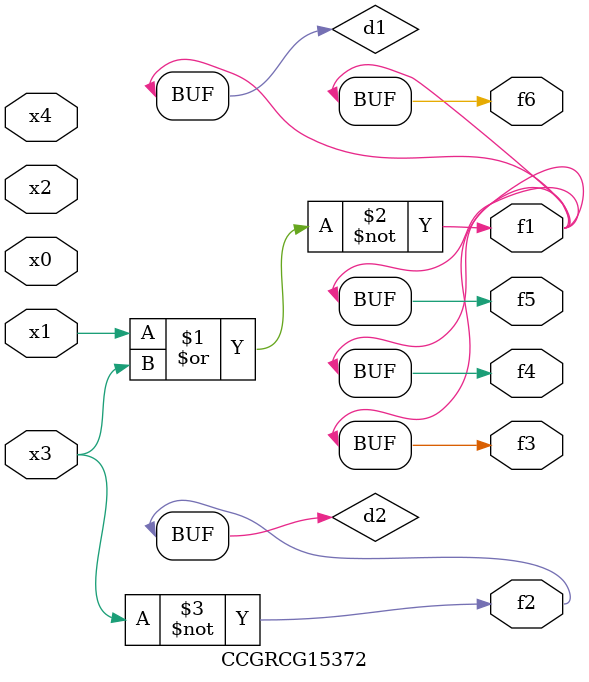
<source format=v>
module CCGRCG15372(
	input x0, x1, x2, x3, x4,
	output f1, f2, f3, f4, f5, f6
);

	wire d1, d2;

	nor (d1, x1, x3);
	not (d2, x3);
	assign f1 = d1;
	assign f2 = d2;
	assign f3 = d1;
	assign f4 = d1;
	assign f5 = d1;
	assign f6 = d1;
endmodule

</source>
